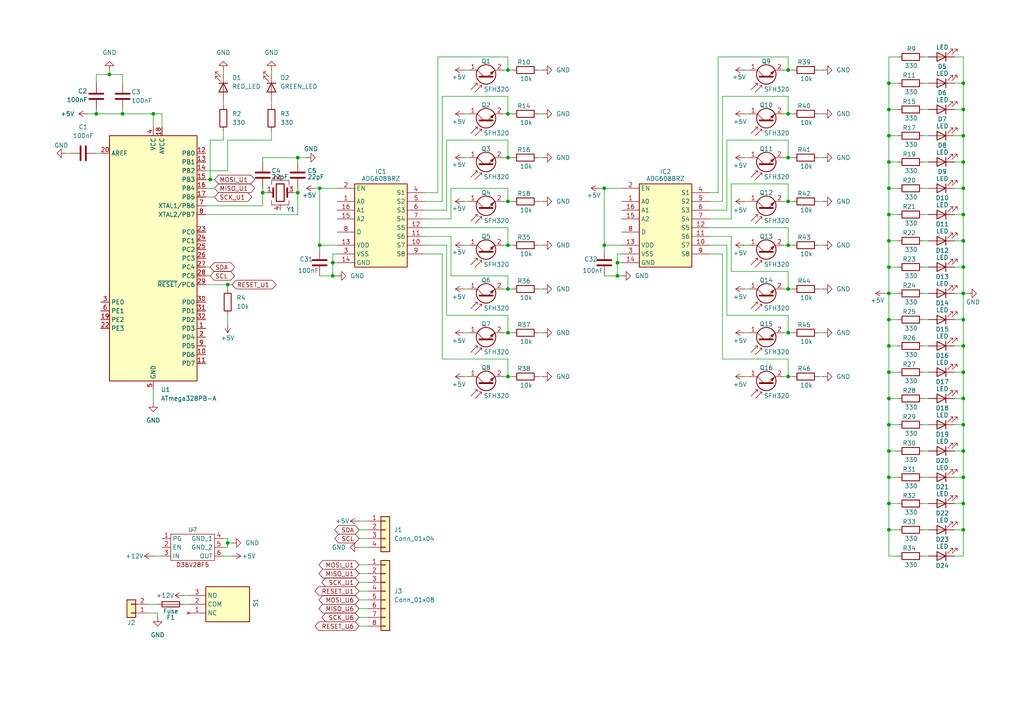
<source format=kicad_sch>
(kicad_sch (version 20250114) (generator "eeschema") (generator_version "9.0")
  (paper "A4")
  (junction (at 147.32 20.32))
  (junction (at 76.2 55.88))
  (junction (at 31.75 21.59))
  (junction (at 279.4 46.99))
  (junction (at 96.52 80.01))
  (junction (at 175.26 71.12))
  (junction (at 279.4 24.13))
  (junction (at 228.6 20.32))
  (junction (at 147.32 71.12))
  (junction (at 60.96 52.07))
  (junction (at 27.94 33.02))
  (junction (at 175.26 54.61))
  (junction (at 257.81 92.71))
  (junction (at 66.04 82.55))
  (junction (at 257.81 123.19))
  (junction (at 279.4 31.75))
  (junction (at 228.6 109.22))
  (junction (at 279.4 123.19))
  (junction (at 279.4 54.61))
  (junction (at 279.4 100.33))
  (junction (at 147.32 109.22))
  (junction (at 96.52 76.2))
  (junction (at 257.81 46.99))
  (junction (at 257.81 85.09))
  (junction (at 179.07 76.2))
  (junction (at 86.36 55.88))
  (junction (at 66.04 157.48))
  (junction (at 257.81 146.05))
  (junction (at 257.81 115.57))
  (junction (at 228.6 45.72))
  (junction (at 279.4 153.67))
  (junction (at 147.32 83.82))
  (junction (at 279.4 130.81))
  (junction (at 279.4 138.43))
  (junction (at 86.36 45.72))
  (junction (at 92.71 54.61))
  (junction (at 147.32 96.52))
  (junction (at 257.81 62.23))
  (junction (at 257.81 69.85))
  (junction (at 279.4 39.37))
  (junction (at 257.81 130.81))
  (junction (at 279.4 62.23))
  (junction (at 147.32 45.72))
  (junction (at 228.6 33.02))
  (junction (at 147.32 58.42))
  (junction (at 279.4 92.71))
  (junction (at 279.4 69.85))
  (junction (at 257.81 54.61))
  (junction (at 179.07 80.01))
  (junction (at 257.81 153.67))
  (junction (at 279.4 146.05))
  (junction (at 35.56 33.02))
  (junction (at 228.6 96.52))
  (junction (at 279.4 77.47))
  (junction (at 228.6 83.82))
  (junction (at 228.6 71.12))
  (junction (at 228.6 58.42))
  (junction (at 44.45 33.02))
  (junction (at 257.81 100.33))
  (junction (at 279.4 107.95))
  (junction (at 257.81 107.95))
  (junction (at 257.81 24.13))
  (junction (at 257.81 138.43))
  (junction (at 279.4 115.57))
  (junction (at 257.81 31.75))
  (junction (at 257.81 39.37))
  (junction (at 92.71 71.12))
  (junction (at 147.32 33.02))
  (junction (at 279.4 85.09))
  (junction (at 257.81 77.47))
  (wire (pts (xy 227.33 71.12) (xy 228.6 71.12)))
  (wire (pts (xy 267.97 153.67) (xy 269.24 153.67)))
  (wire (pts (xy 276.86 92.71) (xy 279.4 92.71)))
  (wire (pts (xy 257.81 92.71) (xy 257.81 85.09)))
  (wire (pts (xy 276.86 123.19) (xy 279.4 123.19)))
  (wire (pts (xy 228.6 109.22) (xy 228.6 104.14)))
  (wire (pts (xy 257.81 16.51) (xy 257.81 24.13)))
  (wire (pts (xy 180.34 76.2) (xy 179.07 76.2)))
  (wire (pts (xy 208.28 55.88) (xy 205.74 55.88)))
  (wire (pts (xy 46.99 33.02) (xy 44.45 33.02)))
  (wire (pts (xy 228.6 71.12) (xy 228.6 66.04)))
  (wire (pts (xy 267.97 130.81) (xy 269.24 130.81)))
  (wire (pts (xy 217.17 71.12) (xy 215.9 71.12)))
  (wire (pts (xy 66.04 49.53) (xy 66.04 40.64)))
  (wire (pts (xy 257.81 123.19) (xy 257.81 115.57)))
  (wire (pts (xy 257.81 107.95) (xy 257.81 100.33)))
  (wire (pts (xy 127 16.51) (xy 127 55.88)))
  (wire (pts (xy 156.21 109.22) (xy 157.48 109.22)))
  (wire (pts (xy 257.81 146.05) (xy 260.35 146.05)))
  (wire (pts (xy 276.86 31.75) (xy 279.4 31.75)))
  (wire (pts (xy 104.14 171.45) (xy 106.68 171.45)))
  (wire (pts (xy 147.32 96.52) (xy 147.32 91.44)))
  (wire (pts (xy 43.18 175.26) (xy 45.72 175.26)))
  (wire (pts (xy 59.69 57.15) (xy 62.23 57.15)))
  (wire (pts (xy 257.81 85.09) (xy 260.35 85.09)))
  (wire (pts (xy 27.94 33.02) (xy 35.56 33.02)))
  (wire (pts (xy 217.17 20.32) (xy 215.9 20.32)))
  (wire (pts (xy 60.96 80.01) (xy 59.69 80.01)))
  (wire (pts (xy 128.27 27.94) (xy 128.27 58.42)))
  (wire (pts (xy 147.32 109.22) (xy 148.59 109.22)))
  (wire (pts (xy 76.2 55.88) (xy 76.2 59.69)))
  (wire (pts (xy 257.81 115.57) (xy 257.81 107.95)))
  (wire (pts (xy 276.86 24.13) (xy 279.4 24.13)))
  (wire (pts (xy 135.89 71.12) (xy 134.62 71.12)))
  (wire (pts (xy 279.4 46.99) (xy 279.4 54.61)))
  (wire (pts (xy 228.6 96.52) (xy 229.87 96.52)))
  (wire (pts (xy 267.97 77.47) (xy 269.24 77.47)))
  (wire (pts (xy 257.81 146.05) (xy 257.81 138.43)))
  (wire (pts (xy 147.32 80.01) (xy 130.81 80.01)))
  (wire (pts (xy 267.97 138.43) (xy 269.24 138.43)))
  (wire (pts (xy 210.82 40.64) (xy 210.82 60.96)))
  (wire (pts (xy 267.97 123.19) (xy 269.24 123.19)))
  (wire (pts (xy 276.86 115.57) (xy 279.4 115.57)))
  (wire (pts (xy 86.36 55.88) (xy 86.36 54.61)))
  (wire (pts (xy 217.17 96.52) (xy 215.9 96.52)))
  (wire (pts (xy 92.71 54.61) (xy 92.71 71.12)))
  (wire (pts (xy 228.6 83.82) (xy 229.87 83.82)))
  (wire (pts (xy 44.45 36.83) (xy 44.45 33.02)))
  (wire (pts (xy 135.89 109.22) (xy 134.62 109.22)))
  (wire (pts (xy 35.56 31.75) (xy 35.56 33.02)))
  (wire (pts (xy 228.6 20.32) (xy 229.87 20.32)))
  (wire (pts (xy 276.86 100.33) (xy 279.4 100.33)))
  (wire (pts (xy 96.52 76.2) (xy 96.52 73.66)))
  (wire (pts (xy 147.32 20.32) (xy 148.59 20.32)))
  (wire (pts (xy 66.04 40.64) (xy 78.74 40.64)))
  (wire (pts (xy 276.86 77.47) (xy 279.4 77.47)))
  (wire (pts (xy 257.81 39.37) (xy 260.35 39.37)))
  (wire (pts (xy 237.49 20.32) (xy 238.76 20.32)))
  (wire (pts (xy 279.4 92.71) (xy 279.4 85.09)))
  (wire (pts (xy 147.32 33.02) (xy 147.32 27.94)))
  (wire (pts (xy 279.4 123.19) (xy 279.4 115.57)))
  (wire (pts (xy 210.82 60.96) (xy 205.74 60.96)))
  (wire (pts (xy 279.4 107.95) (xy 279.4 100.33)))
  (wire (pts (xy 77.47 55.88) (xy 76.2 55.88)))
  (wire (pts (xy 97.79 71.12) (xy 92.71 71.12)))
  (wire (pts (xy 129.54 91.44) (xy 129.54 71.12)))
  (wire (pts (xy 237.49 71.12) (xy 238.76 71.12)))
  (wire (pts (xy 217.17 33.02) (xy 215.9 33.02)))
  (wire (pts (xy 209.55 73.66) (xy 205.74 73.66)))
  (wire (pts (xy 156.21 45.72) (xy 157.48 45.72)))
  (wire (pts (xy 25.4 33.02) (xy 27.94 33.02)))
  (wire (pts (xy 228.6 16.51) (xy 208.28 16.51)))
  (wire (pts (xy 257.81 77.47) (xy 260.35 77.47)))
  (wire (pts (xy 257.81 153.67) (xy 260.35 153.67)))
  (wire (pts (xy 59.69 82.55) (xy 66.04 82.55)))
  (wire (pts (xy 257.81 24.13) (xy 260.35 24.13)))
  (wire (pts (xy 104.14 151.13) (xy 106.68 151.13)))
  (wire (pts (xy 135.89 33.02) (xy 134.62 33.02)))
  (wire (pts (xy 257.81 130.81) (xy 257.81 123.19)))
  (wire (pts (xy 97.79 80.01) (xy 96.52 80.01)))
  (wire (pts (xy 257.81 46.99) (xy 260.35 46.99)))
  (wire (pts (xy 156.21 71.12) (xy 157.48 71.12)))
  (wire (pts (xy 279.4 16.51) (xy 279.4 24.13)))
  (wire (pts (xy 217.17 83.82) (xy 215.9 83.82)))
  (wire (pts (xy 257.81 46.99) (xy 257.81 54.61)))
  (wire (pts (xy 279.4 24.13) (xy 279.4 31.75)))
  (wire (pts (xy 27.94 24.13) (xy 27.94 21.59)))
  (wire (pts (xy 257.81 69.85) (xy 257.81 77.47)))
  (wire (pts (xy 60.96 52.07) (xy 60.96 40.64)))
  (wire (pts (xy 66.04 82.55) (xy 66.04 83.82)))
  (wire (pts (xy 130.81 63.5) (xy 123.19 63.5)))
  (wire (pts (xy 175.26 54.61) (xy 175.26 71.12)))
  (wire (pts (xy 279.4 100.33) (xy 279.4 92.71)))
  (wire (pts (xy 257.81 107.95) (xy 260.35 107.95)))
  (wire (pts (xy 35.56 21.59) (xy 35.56 24.13)))
  (wire (pts (xy 267.97 100.33) (xy 269.24 100.33)))
  (wire (pts (xy 20.32 44.45) (xy 19.05 44.45)))
  (wire (pts (xy 146.05 33.02) (xy 147.32 33.02)))
  (wire (pts (xy 175.26 71.12) (xy 175.26 72.39)))
  (wire (pts (xy 217.17 45.72) (xy 215.9 45.72)))
  (wire (pts (xy 59.69 52.07) (xy 60.96 52.07)))
  (wire (pts (xy 228.6 20.32) (xy 228.6 16.51)))
  (wire (pts (xy 227.33 20.32) (xy 228.6 20.32)))
  (wire (pts (xy 64.77 161.29) (xy 67.31 161.29)))
  (wire (pts (xy 212.09 53.34) (xy 212.09 63.5)))
  (wire (pts (xy 209.55 58.42) (xy 205.74 58.42)))
  (wire (pts (xy 228.6 45.72) (xy 229.87 45.72)))
  (wire (pts (xy 31.75 21.59) (xy 35.56 21.59)))
  (wire (pts (xy 228.6 40.64) (xy 210.82 40.64)))
  (wire (pts (xy 147.32 54.61) (xy 130.81 54.61)))
  (wire (pts (xy 237.49 96.52) (xy 238.76 96.52)))
  (wire (pts (xy 228.6 45.72) (xy 228.6 40.64)))
  (wire (pts (xy 279.4 31.75) (xy 279.4 39.37)))
  (wire (pts (xy 128.27 58.42) (xy 123.19 58.42)))
  (wire (pts (xy 209.55 104.14) (xy 209.55 73.66)))
  (wire (pts (xy 217.17 109.22) (xy 215.9 109.22)))
  (wire (pts (xy 212.09 63.5) (xy 205.74 63.5)))
  (wire (pts (xy 257.81 100.33) (xy 257.81 92.71)))
  (wire (pts (xy 257.81 130.81) (xy 260.35 130.81)))
  (wire (pts (xy 260.35 161.29) (xy 257.81 161.29)))
  (wire (pts (xy 228.6 66.04) (xy 205.74 66.04)))
  (wire (pts (xy 146.05 109.22) (xy 147.32 109.22)))
  (wire (pts (xy 212.09 78.74) (xy 212.09 68.58)))
  (wire (pts (xy 44.45 113.03) (xy 44.45 116.84)))
  (wire (pts (xy 59.69 54.61) (xy 62.23 54.61)))
  (wire (pts (xy 35.56 33.02) (xy 44.45 33.02)))
  (wire (pts (xy 92.71 71.12) (xy 92.71 72.39)))
  (wire (pts (xy 66.04 156.21) (xy 66.04 157.48)))
  (wire (pts (xy 228.6 91.44) (xy 210.82 91.44)))
  (wire (pts (xy 45.72 177.8) (xy 43.18 177.8)))
  (wire (pts (xy 88.9 45.72) (xy 86.36 45.72)))
  (wire (pts (xy 130.81 54.61) (xy 130.81 63.5)))
  (wire (pts (xy 228.6 78.74) (xy 212.09 78.74)))
  (wire (pts (xy 257.81 115.57) (xy 260.35 115.57)))
  (wire (pts (xy 210.82 71.12) (xy 205.74 71.12)))
  (wire (pts (xy 66.04 91.44) (xy 66.04 93.98)))
  (wire (pts (xy 147.32 58.42) (xy 147.32 54.61)))
  (wire (pts (xy 104.14 156.21) (xy 106.68 156.21)))
  (wire (pts (xy 257.81 100.33) (xy 260.35 100.33)))
  (wire (pts (xy 147.32 71.12) (xy 148.59 71.12)))
  (wire (pts (xy 147.32 20.32) (xy 147.32 16.51)))
  (wire (pts (xy 147.32 104.14) (xy 128.27 104.14)))
  (wire (pts (xy 209.55 27.94) (xy 209.55 58.42)))
  (wire (pts (xy 228.6 33.02) (xy 228.6 27.94)))
  (wire (pts (xy 135.89 20.32) (xy 134.62 20.32)))
  (wire (pts (xy 279.4 146.05) (xy 279.4 138.43)))
  (wire (pts (xy 279.4 130.81) (xy 279.4 123.19)))
  (wire (pts (xy 59.69 59.69) (xy 76.2 59.69)))
  (wire (pts (xy 267.97 146.05) (xy 269.24 146.05)))
  (wire (pts (xy 147.32 45.72) (xy 147.32 40.64)))
  (wire (pts (xy 135.89 83.82) (xy 134.62 83.82)))
  (wire (pts (xy 59.69 62.23) (xy 86.36 62.23)))
  (wire (pts (xy 257.81 69.85) (xy 260.35 69.85)))
  (wire (pts (xy 228.6 96.52) (xy 228.6 91.44)))
  (wire (pts (xy 86.36 45.72) (xy 86.36 46.99)))
  (wire (pts (xy 276.86 138.43) (xy 279.4 138.43)))
  (wire (pts (xy 257.81 161.29) (xy 257.81 153.67)))
  (wire (pts (xy 267.97 85.09) (xy 269.24 85.09)))
  (wire (pts (xy 146.05 83.82) (xy 147.32 83.82)))
  (wire (pts (xy 129.54 40.64) (xy 129.54 60.96)))
  (wire (pts (xy 227.33 96.52) (xy 228.6 96.52)))
  (wire (pts (xy 180.34 54.61) (xy 175.26 54.61)))
  (wire (pts (xy 53.34 172.72) (xy 54.61 172.72)))
  (wire (pts (xy 257.81 31.75) (xy 257.81 39.37)))
  (wire (pts (xy 279.4 161.29) (xy 279.4 153.67)))
  (wire (pts (xy 267.97 92.71) (xy 269.24 92.71)))
  (wire (pts (xy 237.49 83.82) (xy 238.76 83.82)))
  (wire (pts (xy 180.34 71.12) (xy 175.26 71.12)))
  (wire (pts (xy 128.27 104.14) (xy 128.27 73.66)))
  (wire (pts (xy 78.74 20.32) (xy 78.74 21.59)))
  (wire (pts (xy 228.6 109.22) (xy 229.87 109.22)))
  (wire (pts (xy 104.14 153.67) (xy 106.68 153.67)))
  (wire (pts (xy 257.81 92.71) (xy 260.35 92.71)))
  (wire (pts (xy 180.34 80.01) (xy 179.07 80.01)))
  (wire (pts (xy 237.49 45.72) (xy 238.76 45.72)))
  (wire (pts (xy 104.14 158.75) (xy 106.68 158.75)))
  (wire (pts (xy 130.81 68.58) (xy 123.19 68.58)))
  (wire (pts (xy 147.32 16.51) (xy 127 16.51)))
  (wire (pts (xy 147.32 71.12) (xy 147.32 66.04)))
  (wire (pts (xy 257.81 123.19) (xy 260.35 123.19)))
  (wire (pts (xy 179.07 80.01) (xy 179.07 76.2)))
  (wire (pts (xy 45.72 177.8) (xy 45.72 179.07)))
  (wire (pts (xy 64.77 29.21) (xy 64.77 30.48)))
  (wire (pts (xy 92.71 80.01) (xy 96.52 80.01)))
  (wire (pts (xy 147.32 45.72) (xy 148.59 45.72)))
  (wire (pts (xy 76.2 55.88) (xy 76.2 54.61)))
  (wire (pts (xy 257.81 31.75) (xy 260.35 31.75)))
  (wire (pts (xy 129.54 60.96) (xy 123.19 60.96)))
  (wire (pts (xy 257.81 24.13) (xy 257.81 31.75)))
  (wire (pts (xy 146.05 96.52) (xy 147.32 96.52)))
  (wire (pts (xy 267.97 16.51) (xy 269.24 16.51)))
  (wire (pts (xy 104.14 176.53) (xy 106.68 176.53)))
  (wire (pts (xy 257.81 62.23) (xy 260.35 62.23)))
  (wire (pts (xy 257.81 62.23) (xy 257.81 69.85)))
  (wire (pts (xy 267.97 115.57) (xy 269.24 115.57)))
  (wire (pts (xy 228.6 33.02) (xy 229.87 33.02)))
  (wire (pts (xy 147.32 109.22) (xy 147.32 104.14)))
  (wire (pts (xy 228.6 27.94) (xy 209.55 27.94)))
  (wire (pts (xy 257.81 138.43) (xy 257.81 130.81)))
  (wire (pts (xy 212.09 68.58) (xy 205.74 68.58)))
  (wire (pts (xy 66.04 158.75) (xy 66.04 157.48)))
  (wire (pts (xy 276.86 153.67) (xy 279.4 153.67)))
  (wire (pts (xy 228.6 104.14) (xy 209.55 104.14)))
  (wire (pts (xy 267.97 54.61) (xy 269.24 54.61)))
  (wire (pts (xy 267.97 39.37) (xy 269.24 39.37)))
  (wire (pts (xy 279.4 85.09) (xy 280.67 85.09)))
  (wire (pts (xy 267.97 107.95) (xy 269.24 107.95)))
  (wire (pts (xy 60.96 77.47) (xy 59.69 77.47)))
  (wire (pts (xy 279.4 39.37) (xy 279.4 46.99)))
  (wire (pts (xy 227.33 83.82) (xy 228.6 83.82)))
  (wire (pts (xy 276.86 69.85) (xy 279.4 69.85)))
  (wire (pts (xy 208.28 16.51) (xy 208.28 55.88)))
  (wire (pts (xy 96.52 73.66) (xy 97.79 73.66)))
  (wire (pts (xy 86.36 45.72) (xy 76.2 45.72)))
  (wire (pts (xy 228.6 58.42) (xy 228.6 53.34)))
  (wire (pts (xy 279.4 69.85) (xy 279.4 77.47)))
  (wire (pts (xy 146.05 20.32) (xy 147.32 20.32)))
  (wire (pts (xy 276.86 107.95) (xy 279.4 107.95)))
  (wire (pts (xy 60.96 40.64) (xy 64.77 40.64)))
  (wire (pts (xy 257.81 85.09) (xy 256.54 85.09)))
  (wire (pts (xy 227.33 58.42) (xy 228.6 58.42)))
  (wire (pts (xy 257.81 138.43) (xy 260.35 138.43)))
  (wire (pts (xy 267.97 31.75) (xy 269.24 31.75)))
  (wire (pts (xy 276.86 16.51) (xy 279.4 16.51)))
  (wire (pts (xy 146.05 45.72) (xy 147.32 45.72)))
  (wire (pts (xy 237.49 109.22) (xy 238.76 109.22)))
  (wire (pts (xy 147.32 33.02) (xy 148.59 33.02)))
  (wire (pts (xy 97.79 76.2) (xy 96.52 76.2)))
  (wire (pts (xy 64.77 40.64) (xy 64.77 38.1)))
  (wire (pts (xy 86.36 55.88) (xy 86.36 62.23)))
  (wire (pts (xy 147.32 58.42) (xy 148.59 58.42)))
  (wire (pts (xy 227.33 109.22) (xy 228.6 109.22)))
  (wire (pts (xy 64.77 20.32) (xy 64.77 21.59)))
  (wire (pts (xy 210.82 91.44) (xy 210.82 71.12)))
  (wire (pts (xy 276.86 62.23) (xy 279.4 62.23)))
  (wire (pts (xy 66.04 82.55) (xy 67.31 82.55)))
  (wire (pts (xy 135.89 45.72) (xy 134.62 45.72)))
  (wire (pts (xy 279.4 115.57) (xy 279.4 107.95)))
  (wire (pts (xy 53.34 175.26) (xy 54.61 175.26)))
  (wire (pts (xy 104.14 166.37) (xy 106.68 166.37)))
  (wire (pts (xy 104.14 163.83) (xy 106.68 163.83)))
  (wire (pts (xy 237.49 58.42) (xy 238.76 58.42)))
  (wire (pts (xy 146.05 71.12) (xy 147.32 71.12)))
  (wire (pts (xy 276.86 85.09) (xy 279.4 85.09)))
  (wire (pts (xy 129.54 71.12) (xy 123.19 71.12)))
  (wire (pts (xy 66.04 157.48) (xy 67.31 157.48)))
  (wire (pts (xy 147.32 27.94) (xy 128.27 27.94)))
  (wire (pts (xy 127 55.88) (xy 123.19 55.88)))
  (wire (pts (xy 59.69 49.53) (xy 66.04 49.53)))
  (wire (pts (xy 147.32 91.44) (xy 129.54 91.44)))
  (wire (pts (xy 147.32 83.82) (xy 148.59 83.82)))
  (wire (pts (xy 228.6 58.42) (xy 229.87 58.42)))
  (wire (pts (xy 27.94 33.02) (xy 27.94 31.75)))
  (wire (pts (xy 267.97 24.13) (xy 269.24 24.13)))
  (wire (pts (xy 156.21 33.02) (xy 157.48 33.02)))
  (wire (pts (xy 78.74 40.64) (xy 78.74 38.1)))
  (wire (pts (xy 104.14 181.61) (xy 106.68 181.61)))
  (wire (pts (xy 27.94 21.59) (xy 31.75 21.59)))
  (wire (pts (xy 104.14 173.99) (xy 106.68 173.99)))
  (wire (pts (xy 276.86 130.81) (xy 279.4 130.81)))
  (wire (pts (xy 279.4 153.67) (xy 279.4 146.05)))
  (wire (pts (xy 46.99 36.83) (xy 46.99 33.02)))
  (wire (pts (xy 175.26 80.01) (xy 179.07 80.01)))
  (wire (pts (xy 97.79 54.61) (xy 92.71 54.61)))
  (wire (pts (xy 257.81 54.61) (xy 257.81 62.23)))
  (wire (pts (xy 179.07 73.66) (xy 180.34 73.66)))
  (wire (pts (xy 237.49 33.02) (xy 238.76 33.02)))
  (wire (pts (xy 64.77 156.21) (xy 66.04 156.21)))
  (wire (pts (xy 104.14 168.91) (xy 106.68 168.91)))
  (wire (pts (xy 104.14 179.07) (xy 106.68 179.07)))
  (wire (pts (xy 228.6 83.82) (xy 228.6 78.74)))
  (wire (pts (xy 257.81 77.47) (xy 257.81 85.09)))
  (wire (pts (xy 44.45 161.29) (xy 46.99 161.29)))
  (wire (pts (xy 147.32 40.64) (xy 129.54 40.64)))
  (wire (pts (xy 86.36 55.88) (xy 85.09 55.88)))
  (wire (pts (xy 130.81 80.01) (xy 130.81 68.58)))
  (wire (pts (xy 147.32 96.52) (xy 148.59 96.52)))
  (wire (pts (xy 31.75 20.32) (xy 31.75 21.59)))
  (wire (pts (xy 276.86 46.99) (xy 279.4 46.99)))
  (wire (pts (xy 227.33 45.72) (xy 228.6 45.72)))
  (wire (pts (xy 257.81 39.37) (xy 257.81 46.99)))
  (wire (pts (xy 227.33 33.02) (xy 228.6 33.02)))
  (wire (pts (xy 257.81 54.61) (xy 260.35 54.61)))
  (wire (pts (xy 76.2 45.72) (xy 76.2 46.99)))
  (wire (pts (xy 128.27 73.66) (xy 123.19 73.66)))
  (wire (pts (xy 60.96 52.07) (xy 62.23 52.07)))
  (wire (pts (xy 276.86 39.37) (xy 279.4 39.37)))
  (wire (pts (xy 179.07 76.2) (xy 179.07 73.66)))
  (wire (pts (xy 78.74 29.21) (xy 78.74 30.48)))
  (wire (pts (xy 156.21 20.32) (xy 157.48 20.32)))
  (wire (pts (xy 156.21 58.42) (xy 157.48 58.42)))
  (wire (pts (xy 276.86 146.05) (xy 279.4 146.05)))
  (wire (pts (xy 228.6 53.34) (xy 212.09 53.34)))
  (wire (pts (xy 156.21 83.82) (xy 157.48 83.82)))
  (wire (pts (xy 267.97 46.99) (xy 269.24 46.99)))
  (wire (pts (xy 91.44 54.61) (xy 92.71 54.61)))
  (wire (pts (xy 267.97 161.29) (xy 269.24 161.29)))
  (wire (pts (xy 135.89 96.52) (xy 134.62 96.52)))
  (wire (pts (xy 279.4 54.61) (xy 279.4 62.23)))
  (wire (pts (xy 279.4 138.43) (xy 279.4 130.81)))
  (wire (pts (xy 257.81 153.67) (xy 257.81 146.05)))
  (wire (pts (xy 156.21 96.52) (xy 157.48 96.52)))
  (wire (pts (xy 147.32 83.82) (xy 147.32 80.01)))
  (wire (pts (xy 228.6 71.12) (xy 229.87 71.12)))
  (wire (pts (xy 267.97 69.85) (xy 269.24 69.85)))
  (wire (pts (xy 267.97 62.23) (xy 269.24 62.23)))
  (wire (pts (xy 27.94 44.45) (xy 29.21 44.45)))
  (wire (pts (xy 279.4 77.47) (xy 279.4 85.09)))
  (wire (pts (xy 96.52 80.01) (xy 96.52 76.2)))
  (wire (pts (xy 147.32 66.04) (xy 123.19 66.04)))
  (wire (pts (xy 279.4 62.23) (xy 279.4 69.85)))
  (wire (pts (xy 64.77 158.75) (xy 66.04 158.75)))
  (wire (pts (xy 146.05 58.42) (xy 147.32 58.42)))
  (wire (pts (xy 276.86 54.61) (xy 279.4 54.61)))
  (wire (pts (xy 276.86 161.29) (xy 279.4 161.29)))
  (wire (pts (xy 173.99 54.61) (xy 175.26 54.61)))
  (wire (pts (xy 260.35 16.51) (xy 257.81 16.51)))
  (wire (pts (xy 135.89 58.42) (xy 134.62 58.42)))
  (wire (pts (xy 217.17 58.42) (xy 215.9 58.42)))
  (global_label "SCL" (shape bidirectional) (at 60.96 80.01 0) (property "Intersheetrefs" "${INTERSHEET_REFS}" (effects (hide yes))))
  (global_label "SDA" (shape bidirectional) (at 104.14 153.67 180) (property "Intersheetrefs" "${INTERSHEET_REFS}" (effects (hide yes))))
  (global_label "MOSI_U6" (shape bidirectional) (at 104.14 173.99 180) (property "Intersheetrefs" "${INTERSHEET_REFS}" (effects (hide yes))))
  (global_label "MOSI_U1" (shape bidirectional) (at 104.14 163.83 180) (property "Intersheetrefs" "${INTERSHEET_REFS}" (effects (hide yes))))
  (global_label "RESET_U1" (shape bidirectional) (at 67.31 82.55 0) (property "Intersheetrefs" "${INTERSHEET_REFS}" (effects (hide yes))))
  (global_label "RESET_U6" (shape bidirectional) (at 104.14 181.61 180) (property "Intersheetrefs" "${INTERSHEET_REFS}" (effects (hide yes))))
  (global_label "SCK_U1" (shape bidirectional) (at 62.23 57.15 0) (property "Intersheetrefs" "${INTERSHEET_REFS}" (effects (hide yes))))
  (global_label "MISO_U1" (shape bidirectional) (at 62.23 54.61 0) (property "Intersheetrefs" "${INTERSHEET_REFS}" (effects (hide yes))))
  (global_label "SCK_U6" (shape bidirectional) (at 104.14 179.07 180) (property "Intersheetrefs" "${INTERSHEET_REFS}" (effects (hide yes))))
  (global_label "MISO_U6" (shape bidirectional) (at 104.14 176.53 180) (property "Intersheetrefs" "${INTERSHEET_REFS}" (effects (hide yes))))
  (global_label "MOSI_U1" (shape bidirectional) (at 62.23 52.07 0) (property "Intersheetrefs" "${INTERSHEET_REFS}" (effects (hide yes))))
  (global_label "SDA" (shape bidirectional) (at 60.96 77.47 0) (property "Intersheetrefs" "${INTERSHEET_REFS}" (effects (hide yes))))
  (global_label "MISO_U1" (shape bidirectional) (at 104.14 166.37 180) (property "Intersheetrefs" "${INTERSHEET_REFS}" (effects (hide yes))))
  (global_label "RESET_U1" (shape bidirectional) (at 104.14 171.45 180) (property "Intersheetrefs" "${INTERSHEET_REFS}" (effects (hide yes))))
  (global_label "SCL" (shape bidirectional) (at 104.14 156.21 180) (property "Intersheetrefs" "${INTERSHEET_REFS}" (effects (hide yes))))
  (global_label "SCK_U1" (shape bidirectional) (at 104.14 168.91 180) (property "Intersheetrefs" "${INTERSHEET_REFS}" (effects (hide yes))))
  (symbol (lib_id "Device:C") (at 27.94 27.94 0) (unit 1)
    (property "Reference" "C2" (at 22.606 26.416 0) (effects (justify left)))
    (property "Value" "100nF" (at 19.304 28.956 0) (effects (justify left)))
    (property "Footprint" "Capacitor_SMD:C_0805_2012Metric_Pad1.18x1.45mm_HandSolder" (effects (hide yes)))
    (property "Description" "Unpolarized capacitor" (effects (hide yes)))
  )
  (symbol (lib_id "Device:R") (at 264.16 31.75 270) (unit 1)
    (property "Reference" "R15" (at 265.684 29.464 90) (effects (justify right)))
    (property "Value" "330" (at 266.192 34.29 90) (effects (justify right)))
    (property "Footprint" "Resistor_SMD:R_0805_2012Metric_Pad1.20x1.40mm_HandSolder" (effects (hide yes)))
    (property "Description" "Resistor" (effects (hide yes)))
  )
  (symbol (lib_id "Device:R") (at 152.4 20.32 270) (unit 1)
    (property "Reference" "R10" (at 153.924 18.034 90) (effects (justify right)))
    (property "Value" "10k" (at 154.432 22.86 90) (effects (justify right)))
    (property "Footprint" "Resistor_SMD:R_0805_2012Metric_Pad1.20x1.40mm_HandSolder" (effects (hide yes)))
    (property "Description" "Resistor" (effects (hide yes)))
  )
  (symbol (lib_name "LED_1") (lib_id "Device:LED") (at 273.05 146.05 180) (unit 1)
    (property "Reference" "D22" (at 273.304 148.844 0))
    (property "Value" "LED" (at 273.304 143.256 0))
    (property "Footprint" "LED_SMD:LED_PLCC-2_3.4x3.0mm_KA" (effects (hide yes)))
    (property "Description" "Light emitting diode" (effects (hide yes)))
    (property "Sim.Pins" "1=K 2=A" (effects (hide yes)))
  )
  (symbol (lib_id "power:+5V") (at 134.62 20.32 90) (unit 1)
    (property "Reference" "#PWR051" (effects (hide yes)))
    (property "Value" "+5V" (at 135.128 22.352 90) (effects (justify left)))
    (property "Description" "Power symbol creates a global label with name \"+5V\"" (effects (hide yes)))
  )
  (symbol (lib_id "Device:Crystal_GND24") (at 81.28 55.88 0) (unit 1)
    (property "Reference" "Y1" (at 84.328 60.706 0))
    (property "Value" "Crystal_GND24" (effects (hide yes)))
    (property "Footprint" "Crystal:Crystal_SMD_5032-4Pin_5.0x3.2mm" (effects (hide yes)))
    (property "Description" "Four pin crystal, GND on pins 2 and 4" (effects (hide yes)))
  )
  (symbol (lib_id "Device:R") (at 66.04 87.63 180) (unit 1)
    (property "Reference" "R4" (at 68.58 86.3599 0) (effects (justify right)))
    (property "Value" "10k" (at 68.58 88.8999 0) (effects (justify right)))
    (property "Footprint" "Resistor_SMD:R_0805_2012Metric_Pad1.20x1.40mm_HandSolder" (effects (hide yes)))
    (property "Description" "Resistor" (effects (hide yes)))
  )
  (symbol (lib_id "power:GND") (at 157.48 109.22 90) (unit 1)
    (property "Reference" "#PWR071" (effects (hide yes)))
    (property "Value" "GND" (at 161.29 109.2199 90) (effects (justify right)))
    (property "Description" "Power symbol creates a global label with name \"GND\" , ground" (effects (hide yes)))
  )
  (symbol (lib_id "power:GND") (at 238.76 45.72 90) (unit 1)
    (property "Reference" "#PWR078" (effects (hide yes)))
    (property "Value" "GND" (at 242.57 45.7199 90) (effects (justify right)))
    (property "Description" "Power symbol creates a global label with name \"GND\" , ground" (effects (hide yes)))
  )
  (symbol (lib_id "power:+12V") (at 44.45 161.29 90) (unit 1)
    (property "Reference" "#PWR046" (effects (hide yes)))
    (property "Value" "+12V" (at 41.656 161.29 90) (effects (justify left)))
    (property "Description" "Power symbol creates a global label with name \"+12V\"" (effects (hide yes)))
  )
  (symbol (lib_name "LED_1") (lib_id "Device:LED") (at 273.05 153.67 180) (unit 1)
    (property "Reference" "D23" (at 273.304 156.464 0))
    (property "Value" "LED" (at 273.304 150.876 0))
    (property "Footprint" "LED_SMD:LED_PLCC-2_3.4x3.0mm_KA" (effects (hide yes)))
    (property "Description" "Light emitting diode" (effects (hide yes)))
    (property "Sim.Pins" "1=K 2=A" (effects (hide yes)))
  )
  (symbol (lib_name "LED_1") (lib_id "Device:LED") (at 273.05 31.75 180) (unit 1)
    (property "Reference" "D7" (at 273.304 34.544 0))
    (property "Value" "LED" (at 273.304 28.956 0))
    (property "Footprint" "LED_SMD:LED_PLCC-2_3.4x3.0mm_KA" (effects (hide yes)))
    (property "Description" "Light emitting diode" (effects (hide yes)))
    (property "Sim.Pins" "1=K 2=A" (effects (hide yes)))
  )
  (symbol (lib_id "power:GND") (at 157.48 83.82 90) (unit 1)
    (property "Reference" "#PWR069" (effects (hide yes)))
    (property "Value" "GND" (at 161.29 83.8199 90) (effects (justify right)))
    (property "Description" "Power symbol creates a global label with name \"GND\" , ground" (effects (hide yes)))
  )
  (symbol (lib_id "power:+5V") (at 215.9 83.82 90) (unit 1)
    (property "Reference" "#PWR081" (effects (hide yes)))
    (property "Value" "+5V" (at 216.662 86.106 90) (effects (justify left)))
    (property "Description" "Power symbol creates a global label with name \"+5V\"" (effects (hide yes)))
  )
  (symbol (lib_id "Device:R") (at 264.16 62.23 270) (unit 1)
    (property "Reference" "R21" (at 265.684 59.944 90) (effects (justify right)))
    (property "Value" "330" (at 266.192 64.77 90) (effects (justify right)))
    (property "Footprint" "Resistor_SMD:R_0805_2012Metric_Pad1.20x1.40mm_HandSolder" (effects (hide yes)))
    (property "Description" "Resistor" (effects (hide yes)))
  )
  (symbol (lib_id "Device:R") (at 233.68 45.72 270) (unit 1)
    (property "Reference" "R41" (at 235.204 43.434 90) (effects (justify right)))
    (property "Value" "10k" (at 235.712 48.26 90) (effects (justify right)))
    (property "Footprint" "Resistor_SMD:R_0805_2012Metric_Pad1.20x1.40mm_HandSolder" (effects (hide yes)))
    (property "Description" "Resistor" (effects (hide yes)))
  )
  (symbol (lib_id "Device:C") (at 175.26 76.2 0) (unit 1)
    (property "Reference" "C32" (at 169.418 75.184 0) (effects (justify left)))
    (property "Value" "100nF" (at 168.91 78.486 0) (effects (justify left)))
    (property "Footprint" "Capacitor_SMD:C_0805_2012Metric_Pad1.18x1.45mm_HandSolder" (effects (hide yes)))
    (property "Description" "Unpolarized capacitor" (effects (hide yes)))
  )
  (symbol (lib_id "power:GND") (at 67.31 157.48 90) (unit 1)
    (property "Reference" "#PWR047" (effects (hide yes)))
    (property "Value" "GND" (at 71.12 157.4799 90) (effects (justify right)))
    (property "Description" "Power symbol creates a global label with name \"GND\" , ground" (effects (hide yes)))
  )
  (symbol (lib_id "Device:R") (at 233.68 33.02 270) (unit 1)
    (property "Reference" "R40" (at 235.204 30.734 90) (effects (justify right)))
    (property "Value" "10k" (at 235.712 35.56 90) (effects (justify right)))
    (property "Footprint" "Resistor_SMD:R_0805_2012Metric_Pad1.20x1.40mm_HandSolder" (effects (hide yes)))
    (property "Description" "Resistor" (effects (hide yes)))
  )
  (symbol (lib_id "Device:C") (at 92.71 76.2 0) (unit 1)
    (property "Reference" "C31" (at 86.868 75.184 0) (effects (justify left)))
    (property "Value" "100nF" (at 86.36 78.486 0) (effects (justify left)))
    (property "Footprint" "Capacitor_SMD:C_0805_2012Metric_Pad1.18x1.45mm_HandSolder" (effects (hide yes)))
    (property "Description" "Unpolarized capacitor" (effects (hide yes)))
  )
  (symbol (lib_name "LED_1") (lib_id "Device:LED") (at 273.05 123.19 180) (unit 1)
    (property "Reference" "D19" (at 273.304 125.984 0))
    (property "Value" "LED" (at 273.304 120.396 0))
    (property "Footprint" "LED_SMD:LED_PLCC-2_3.4x3.0mm_KA" (effects (hide yes)))
    (property "Description" "Light emitting diode" (effects (hide yes)))
    (property "Sim.Pins" "1=K 2=A" (effects (hide yes)))
  )
  (symbol (lib_id "Device:R") (at 264.16 16.51 270) (unit 1)
    (property "Reference" "R9" (at 265.684 14.224 90) (effects (justify right)))
    (property "Value" "330" (at 266.192 19.05 90) (effects (justify right)))
    (property "Footprint" "Resistor_SMD:R_0805_2012Metric_Pad1.20x1.40mm_HandSolder" (effects (hide yes)))
    (property "Description" "Resistor" (effects (hide yes)))
  )
  (symbol (lib_id "power:+3V3") (at 67.31 161.29 270) (unit 1)
    (property "Reference" "#PWR048" (effects (hide yes)))
    (property "Value" "+5V" (at 70.104 161.29 90) (effects (justify left)))
    (property "Description" "Power symbol creates a global label with name \"+3V3\"" (effects (hide yes)))
  )
  (symbol (lib_id "Device:R") (at 264.16 146.05 270) (unit 1)
    (property "Reference" "R32" (at 265.684 143.764 90) (effects (justify right)))
    (property "Value" "330" (at 266.192 148.59 90) (effects (justify right)))
    (property "Footprint" "Resistor_SMD:R_0805_2012Metric_Pad1.20x1.40mm_HandSolder" (effects (hide yes)))
    (property "Description" "Resistor" (effects (hide yes)))
  )
  (symbol (lib_id "Device:R") (at 264.16 85.09 270) (unit 1)
    (property "Reference" "R24" (at 265.684 82.804 90) (effects (justify right)))
    (property "Value" "330" (at 266.192 87.63 90) (effects (justify right)))
    (property "Footprint" "Resistor_SMD:R_0805_2012Metric_Pad1.20x1.40mm_HandSolder" (effects (hide yes)))
    (property "Description" "Resistor" (effects (hide yes)))
  )
  (symbol (lib_id "Sensor_Optical:SFH320") (at 140.97 35.56 90) (unit 1)
    (property "Reference" "Q2" (at 140.97 30.48 90))
    (property "Value" "SFH320" (at 144.018 38.608 90))
    (property "Footprint" "LED_SMD:LED_PLCC-2_3.4x3.0mm_KA" (effects (hide yes)))
    (property "Datasheet" "https://look.ams-osram.com/m/5397c5d8583a26cf/original/SFH-320.pdf" (effects (hide yes)))
    (property "Description" "Silicon NPN Phototransistor, PLCC-2" (effects (hide yes)))
  )
  (symbol (lib_id "Device:R") (at 264.16 54.61 270) (unit 1)
    (property "Reference" "R20" (at 265.684 52.324 90) (effects (justify right)))
    (property "Value" "330" (at 266.192 57.15 90) (effects (justify right)))
    (property "Footprint" "Resistor_SMD:R_0805_2012Metric_Pad1.20x1.40mm_HandSolder" (effects (hide yes)))
    (property "Description" "Resistor" (effects (hide yes)))
  )
  (symbol (lib_id "Device:R") (at 64.77 34.29 180) (unit 1)
    (property "Reference" "R2" (at 67.31 33.0199 0) (effects (justify right)))
    (property "Value" "330" (at 67.31 35.5599 0) (effects (justify right)))
    (property "Footprint" "Resistor_SMD:R_0805_2012Metric_Pad1.20x1.40mm_HandSolder" (effects (hide yes)))
    (property "Description" "Resistor" (effects (hide yes)))
  )
  (symbol (lib_id "Connector_Generic:Conn_01x04") (at 111.76 153.67 0) (unit 1)
    (property "Reference" "J1" (at 114.3 153.6699 0) (effects (justify left)))
    (property "Value" "Conn_01x04" (at 114.3 156.2099 0) (effects (justify left)))
    (property "Footprint" "Connector_JST:JST_PH_B4B-PH-K_1x04_P2.00mm_Vertical" (effects (hide yes)))
    (property "Description" "Generic connector, single row, 01x04, script generated (kicad-library-utils/schlib/autogen/connector/)" (effects (hide yes)))
  )
  (symbol (lib_id "Device:R") (at 152.4 71.12 270) (unit 1)
    (property "Reference" "R35" (at 153.924 68.834 90) (effects (justify right)))
    (property "Value" "10k" (at 154.432 73.66 90) (effects (justify right)))
    (property "Footprint" "Resistor_SMD:R_0805_2012Metric_Pad1.20x1.40mm_HandSolder" (effects (hide yes)))
    (property "Description" "Resistor" (effects (hide yes)))
  )
  (symbol (lib_id "power:+5V") (at 134.62 58.42 90) (unit 1)
    (property "Reference" "#PWR056" (effects (hide yes)))
    (property "Value" "+5V" (at 135.128 60.452 90) (effects (justify left)))
    (property "Description" "Power symbol creates a global label with name \"+5V\"" (effects (hide yes)))
  )
  (symbol (lib_id "power:GND") (at 157.48 71.12 90) (unit 1)
    (property "Reference" "#PWR068" (effects (hide yes)))
    (property "Value" "GND" (at 161.29 71.1199 90) (effects (justify right)))
    (property "Description" "Power symbol creates a global label with name \"GND\" , ground" (effects (hide yes)))
  )
  (symbol (lib_id "Device:R") (at 264.16 77.47 270) (unit 1)
    (property "Reference" "R23" (at 265.684 75.184 90) (effects (justify right)))
    (property "Value" "330" (at 266.192 80.01 90) (effects (justify right)))
    (property "Footprint" "Resistor_SMD:R_0805_2012Metric_Pad1.20x1.40mm_HandSolder" (effects (hide yes)))
    (property "Description" "Resistor" (effects (hide yes)))
  )
  (symbol (lib_id "Pololu:D36V28F5") (at 55.88 157.48 0) (unit 1)
    (property "Reference" "U7" (at 55.88 153.67 0))
    (property "Value" "~" (at 55.88 153.67 0))
    (property "Footprint" "Pololu:D36V28F5" (effects (hide yes)))
  )
  (symbol (lib_id "power:GND") (at 19.05 44.45 270) (unit 1)
    (property "Reference" "#PWR01" (effects (hide yes)))
    (property "Value" "GND" (at 19.812 42.164 90) (effects (justify right)))
    (property "Description" "Power symbol creates a global label with name \"GND\" , ground" (effects (hide yes)))
  )
  (symbol (lib_id "Sensor_Optical:SFH320") (at 140.97 73.66 90) (unit 1)
    (property "Reference" "Q5" (at 140.97 68.58 90))
    (property "Value" "SFH320" (at 144.018 76.708 90))
    (property "Footprint" "LED_SMD:LED_PLCC-2_3.4x3.0mm_KA" (effects (hide yes)))
    (property "Datasheet" "https://look.ams-osram.com/m/5397c5d8583a26cf/original/SFH-320.pdf" (effects (hide yes)))
    (property "Description" "Silicon NPN Phototransistor, PLCC-2" (effects (hide yes)))
  )
  (symbol (lib_id "power:+5V") (at 215.9 96.52 90) (unit 1)
    (property "Reference" "#PWR082" (effects (hide yes)))
    (property "Value" "+5V" (at 216.662 98.806 90) (effects (justify left)))
    (property "Description" "Power symbol creates a global label with name \"+5V\"" (effects (hide yes)))
  )
  (symbol (lib_id "power:+5V") (at 256.54 85.09 90) (unit 1)
    (property "Reference" "#PWR063" (effects (hide yes)))
    (property "Value" "+5V" (at 256.54 87.122 90) (effects (justify left)))
    (property "Description" "Power symbol creates a global label with name \"+5V\"" (effects (hide yes)))
  )
  (symbol (lib_id "power:+5V") (at 173.99 54.61 90) (unit 1)
    (property "Reference" "#PWR060" (effects (hide yes)))
    (property "Value" "+5V" (at 172.212 56.642 90))
    (property "Description" "Power symbol creates a global label with name \"+5V\"" (effects (hide yes)))
  )
  (symbol (lib_id "power:+5V") (at 215.9 20.32 90) (unit 1)
    (property "Reference" "#PWR072" (effects (hide yes)))
    (property "Value" "+5V" (at 216.408 22.352 90) (effects (justify left)))
    (property "Description" "Power symbol creates a global label with name \"+5V\"" (effects (hide yes)))
  )
  (symbol (lib_id "power:GND") (at 238.76 58.42 90) (unit 1)
    (property "Reference" "#PWR079" (effects (hide yes)))
    (property "Value" "GND" (at 242.57 58.4199 90) (effects (justify right)))
    (property "Description" "Power symbol creates a global label with name \"GND\" , ground" (effects (hide yes)))
  )
  (symbol (lib_name "LED_1") (lib_id "Device:LED") (at 273.05 54.61 180) (unit 1)
    (property "Reference" "D10" (at 273.304 57.404 0))
    (property "Value" "LED" (at 273.304 51.816 0))
    (property "Footprint" "LED_SMD:LED_PLCC-2_3.4x3.0mm_KA" (effects (hide yes)))
    (property "Description" "Light emitting diode" (effects (hide yes)))
    (property "Sim.Pins" "1=K 2=A" (effects (hide yes)))
  )
  (symbol (lib_id "Device:R") (at 233.68 58.42 270) (unit 1)
    (property "Reference" "R42" (at 235.204 56.134 90) (effects (justify right)))
    (property "Value" "10k" (at 235.712 60.96 90) (effects (justify right)))
    (property "Footprint" "Resistor_SMD:R_0805_2012Metric_Pad1.20x1.40mm_HandSolder" (effects (hide yes)))
    (property "Description" "Resistor" (effects (hide yes)))
  )
  (symbol (lib_id "power:+5V") (at 66.04 93.98 180) (unit 1)
    (property "Reference" "#PWR05" (effects (hide yes)))
    (property "Value" "+5V" (at 66.04 98.044 0))
    (property "Description" "Power symbol creates a global label with name \"+5V\"" (effects (hide yes)))
  )
  (symbol (lib_id "Sensor_Optical:SFH320") (at 222.25 86.36 90) (unit 1)
    (property "Reference" "Q14" (at 222.25 81.28 90))
    (property "Value" "SFH320" (at 225.298 89.408 90))
    (property "Footprint" "LED_SMD:LED_PLCC-2_3.4x3.0mm_KA" (effects (hide yes)))
    (property "Datasheet" "https://look.ams-osram.com/m/5397c5d8583a26cf/original/SFH-320.pdf" (effects (hide yes)))
    (property "Description" "Silicon NPN Phototransistor, PLCC-2" (effects (hide yes)))
  )
  (symbol (lib_id "Sensor_Optical:SFH320") (at 140.97 111.76 90) (unit 1)
    (property "Reference" "Q8" (at 140.97 106.68 90))
    (property "Value" "SFH320" (at 144.018 114.808 90))
    (property "Footprint" "LED_SMD:LED_PLCC-2_3.4x3.0mm_KA" (effects (hide yes)))
    (property "Datasheet" "https://look.ams-osram.com/m/5397c5d8583a26cf/original/SFH-320.pdf" (effects (hide yes)))
    (property "Description" "Silicon NPN Phototransistor, PLCC-2" (effects (hide yes)))
  )
  (symbol (lib_name "LED_1") (lib_id "Device:LED") (at 273.05 24.13 180) (unit 1)
    (property "Reference" "D6" (at 273.304 26.924 0))
    (property "Value" "LED" (at 273.304 21.336 0))
    (property "Footprint" "LED_SMD:LED_PLCC-2_3.4x3.0mm_KA" (effects (hide yes)))
    (property "Description" "Light emitting diode" (effects (hide yes)))
    (property "Sim.Pins" "1=K 2=A" (effects (hide yes)))
  )
  (symbol (lib_id "Device:R") (at 264.16 46.99 270) (unit 1)
    (property "Reference" "R19" (at 265.684 44.704 90) (effects (justify right)))
    (property "Value" "330" (at 266.192 49.53 90) (effects (justify right)))
    (property "Footprint" "Resistor_SMD:R_0805_2012Metric_Pad1.20x1.40mm_HandSolder" (effects (hide yes)))
    (property "Description" "Resistor" (effects (hide yes)))
  )
  (symbol (lib_id "Device:R") (at 264.16 107.95 270) (unit 1)
    (property "Reference" "R27" (at 265.684 105.664 90) (effects (justify right)))
    (property "Value" "330" (at 266.192 110.49 90) (effects (justify right)))
    (property "Footprint" "Resistor_SMD:R_0805_2012Metric_Pad1.20x1.40mm_HandSolder" (effects (hide yes)))
    (property "Description" "Resistor" (effects (hide yes)))
  )
  (symbol (lib_name "LED_1") (lib_id "Device:LED") (at 273.05 138.43 180) (unit 1)
    (property "Reference" "D21" (at 273.304 141.224 0))
    (property "Value" "LED" (at 273.304 135.636 0))
    (property "Footprint" "LED_SMD:LED_PLCC-2_3.4x3.0mm_KA" (effects (hide yes)))
    (property "Description" "Light emitting diode" (effects (hide yes)))
    (property "Sim.Pins" "1=K 2=A" (effects (hide yes)))
  )
  (symbol (lib_id "Device:LED") (at 78.74 25.4 270) (unit 1)
    (property "Reference" "D2" (at 81.28 22.5424 90) (effects (justify left)))
    (property "Value" "GREEN_LED" (at 81.28 25.0824 90) (effects (justify left)))
    (property "Footprint" "LED_SMD:LED_0805_2012Metric_Pad1.15x1.40mm_HandSolder" (effects (hide yes)))
    (property "Description" "Light emitting diode" (effects (hide yes)))
  )
  (symbol (lib_name "LED_1") (lib_id "Device:LED") (at 273.05 100.33 180) (unit 1)
    (property "Reference" "D16" (at 273.304 103.124 0))
    (property "Value" "LED" (at 273.304 97.536 0))
    (property "Footprint" "LED_SMD:LED_PLCC-2_3.4x3.0mm_KA" (effects (hide yes)))
    (property "Description" "Light emitting diode" (effects (hide yes)))
    (property "Sim.Pins" "1=K 2=A" (effects (hide yes)))
  )
  (symbol (lib_id "power:GND") (at 238.76 71.12 90) (unit 1)
    (property "Reference" "#PWR084" (effects (hide yes)))
    (property "Value" "GND" (at 242.57 71.1199 90) (effects (justify right)))
    (property "Description" "Power symbol creates a global label with name \"GND\" , ground" (effects (hide yes)))
  )
  (symbol (lib_id "Sensor_Optical:SFH320") (at 222.25 22.86 90) (unit 1)
    (property "Reference" "Q9" (at 222.25 17.78 90))
    (property "Value" "SFH320" (at 225.298 25.908 90))
    (property "Footprint" "LED_SMD:LED_PLCC-2_3.4x3.0mm_KA" (effects (hide yes)))
    (property "Datasheet" "https://look.ams-osram.com/m/5397c5d8583a26cf/original/SFH-320.pdf" (effects (hide yes)))
    (property "Description" "Silicon NPN Phototransistor, PLCC-2" (effects (hide yes)))
  )
  (symbol (lib_id "power:+5V") (at 134.62 83.82 90) (unit 1)
    (property "Reference" "#PWR065" (effects (hide yes)))
    (property "Value" "+5V" (at 135.128 86.106 90) (effects (justify left)))
    (property "Description" "Power symbol creates a global label with name \"+5V\"" (effects (hide yes)))
  )
  (symbol (lib_id "Device:C") (at 86.36 50.8 0) (unit 1)
    (property "Reference" "C5" (at 89.154 49.53 0) (effects (justify left)))
    (property "Value" "22pF" (at 89.154 51.308 0) (effects (justify left)))
    (property "Footprint" "Capacitor_SMD:C_0805_2012Metric_Pad1.18x1.45mm_HandSolder" (effects (hide yes)))
    (property "Description" "Unpolarized capacitor" (effects (hide yes)))
  )
  (symbol (lib_id "power:GND") (at 64.77 20.32 180) (unit 1)
    (property "Reference" "#PWR07" (effects (hide yes)))
    (property "Value" "GND" (at 64.77 15.24 0))
    (property "Description" "Power symbol creates a global label with name \"GND\" , ground" (effects (hide yes)))
  )
  (symbol (lib_id "power:+5V") (at 134.62 96.52 90) (unit 1)
    (property "Reference" "#PWR066" (effects (hide yes)))
    (property "Value" "+5V" (at 135.128 98.806 90) (effects (justify left)))
    (property "Description" "Power symbol creates a global label with name \"+5V\"" (effects (hide yes)))
  )
  (symbol (lib_name "LED_1") (lib_id "Device:LED") (at 273.05 16.51 180) (unit 1)
    (property "Reference" "D5" (at 273.304 19.304 0))
    (property "Value" "LED" (at 273.304 13.716 0))
    (property "Footprint" "LED_SMD:LED_PLCC-2_3.4x3.0mm_KA" (effects (hide yes)))
    (property "Description" "Light emitting diode" (effects (hide yes)))
    (property "Sim.Pins" "1=K 2=A" (effects (hide yes)))
  )
  (symbol (lib_id "power:GND") (at 238.76 109.22 90) (unit 1)
    (property "Reference" "#PWR087" (effects (hide yes)))
    (property "Value" "GND" (at 242.57 109.2199 90) (effects (justify right)))
    (property "Description" "Power symbol creates a global label with name \"GND\" , ground" (effects (hide yes)))
  )
  (symbol (lib_id "ADG608BRZ:ADG608BRZ") (at 97.79 55.88 0) (unit 1)
    (property "Reference" "IC1" (at 110.49 49.784 0))
    (property "Value" "ADG608BRZ" (at 110.49 51.816 0))
    (property "Footprint" "ADG608BRZ:SOIC127P600X175-16N" (effects (hide yes)))
    (property "Datasheet" "https://datasheet.datasheetarchive.com/originals/distributors/Datasheets-1/DSA-1869.pdf" (effects (hide yes)))
    (property "Description" "Multiplexer Single 8:1, 3 V, 5 V, 16-Pin, SOIC" (effects (hide yes)))
    (property "Height" "1.75" (effects (hide yes)))
    (property "Mouser Part Number" "584-ADG608BRZ" (effects (hide yes)))
    (property "Mouser Price/Stock" "https://www.mouser.co.uk/ProductDetail/Analog-Devices/ADG608BRZ?qs=BpaRKvA4VqFG5CBlSGw%2FRg%3D%3D" (effects (hide yes)))
    (property "Manufacturer_Name" "Analog Devices" (effects (hide yes)))
    (property "Manufacturer_Part_Number" "ADG608BRZ" (effects (hide yes)))
  )
  (symbol (lib_id "power:+12V") (at 53.34 172.72 90) (unit 1)
    (property "Reference" "#PWR037" (effects (hide yes)))
    (property "Value" "+12V" (at 50.546 172.72 90) (effects (justify left)))
    (property "Description" "Power symbol creates a global label with name \"+12V\"" (effects (hide yes)))
  )
  (symbol (lib_id "Connector_Generic:Conn_01x08") (at 111.76 171.45 0) (unit 1)
    (property "Reference" "J3" (at 114.3 171.4499 0) (effects (justify left)))
    (property "Value" "Conn_01x08" (at 114.3 173.9899 0) (effects (justify left)))
    (property "Footprint" "Connector_JST:JST_PH_B8B-PH-K_1x08_P2.00mm_Vertical" (effects (hide yes)))
    (property "Description" "Generic connector, single row, 01x08, script generated (kicad-library-utils/schlib/autogen/connector/)" (effects (hide yes)))
  )
  (symbol (lib_id "Sensor_Optical:SFH320") (at 140.97 60.96 90) (unit 1)
    (property "Reference" "Q4" (at 140.97 55.88 90))
    (property "Value" "SFH320" (at 144.018 64.008 90))
    (property "Footprint" "LED_SMD:LED_PLCC-2_3.4x3.0mm_KA" (effects (hide yes)))
    (property "Datasheet" "https://look.ams-osram.com/m/5397c5d8583a26cf/original/SFH-320.pdf" (effects (hide yes)))
    (property "Description" "Silicon NPN Phototransistor, PLCC-2" (effects (hide yes)))
  )
  (symbol (lib_id "Device:R") (at 264.16 153.67 270) (unit 1)
    (property "Reference" "R33" (at 265.684 151.384 90) (effects (justify right)))
    (property "Value" "330" (at 266.192 156.21 90) (effects (justify right)))
    (property "Footprint" "Resistor_SMD:R_0805_2012Metric_Pad1.20x1.40mm_HandSolder" (effects (hide yes)))
    (property "Description" "Resistor" (effects (hide yes)))
  )
  (symbol (lib_id "power:+5V") (at 134.62 45.72 90) (unit 1)
    (property "Reference" "#PWR054" (effects (hide yes)))
    (property "Value" "+5V" (at 135.128 47.752 90) (effects (justify left)))
    (property "Description" "Power symbol creates a global label with name \"+5V\"" (effects (hide yes)))
  )
  (symbol (lib_id "Device:R") (at 264.16 39.37 270) (unit 1)
    (property "Reference" "R17" (at 265.684 37.084 90) (effects (justify right)))
    (property "Value" "330" (at 266.192 41.91 90) (effects (justify right)))
    (property "Footprint" "Resistor_SMD:R_0805_2012Metric_Pad1.20x1.40mm_HandSolder" (effects (hide yes)))
    (property "Description" "Resistor" (effects (hide yes)))
  )
  (symbol (lib_id "power:GND") (at 238.76 96.52 90) (unit 1)
    (property "Reference" "#PWR086" (effects (hide yes)))
    (property "Value" "GND" (at 242.57 96.5199 90) (effects (justify right)))
    (property "Description" "Power symbol creates a global label with name \"GND\" , ground" (effects (hide yes)))
  )
  (symbol (lib_id "power:+5V") (at 25.4 33.02 90) (unit 1)
    (property "Reference" "#PWR02" (effects (hide yes)))
    (property "Value" "+5V" (at 21.59 33.0199 90) (effects (justify left)))
    (property "Description" "Power symbol creates a global label with name \"+5V\"" (effects (hide yes)))
  )
  (symbol (lib_id "Device:LED") (at 64.77 25.4 270) (unit 1)
    (property "Reference" "D1" (at 67.31 22.5424 90) (effects (justify left)))
    (property "Value" "RED_LED" (at 67.31 25.0824 90) (effects (justify left)))
    (property "Footprint" "LED_SMD:LED_0805_2012Metric_Pad1.15x1.40mm_HandSolder" (effects (hide yes)))
    (property "Description" "Light emitting diode" (effects (hide yes)))
  )
  (symbol (lib_id "power:+5V") (at 215.9 58.42 90) (unit 1)
    (property "Reference" "#PWR075" (effects (hide yes)))
    (property "Value" "+5V" (at 216.662 60.96 90) (effects (justify left)))
    (property "Description" "Power symbol creates a global label with name \"+5V\"" (effects (hide yes)))
  )
  (symbol (lib_id "Sensor_Optical:SFH320") (at 140.97 22.86 90) (unit 1)
    (property "Reference" "Q1" (at 140.97 17.78 90))
    (property "Value" "SFH320" (at 144.018 25.908 90))
    (property "Footprint" "LED_SMD:LED_PLCC-2_3.4x3.0mm_KA" (effects (hide yes)))
    (property "Datasheet" "https://look.ams-osram.com/m/5397c5d8583a26cf/original/SFH-320.pdf" (effects (hide yes)))
    (property "Description" "Silicon NPN Phototransistor, PLCC-2" (effects (hide yes)))
  )
  (symbol (lib_id "MCU_Microchip_ATmega:ATmega328PB-A") (at 44.45 74.93 0) (unit 1)
    (property "Reference" "U1" (at 46.6441 113.03 0) (effects (justify left)))
    (property "Value" "ATmega328PB-A" (at 46.6441 115.57 0) (effects (justify left)))
    (property "Footprint" "Package_QFP:TQFP-32_7x7mm_P0.8mm" (effects (hide yes)))
    (property "Datasheet" "http://ww1.microchip.com/downloads/en/DeviceDoc/40001906C.pdf" (effects (hide yes)))
    (property "Description" "20MHz, 32kB Flash, 2kB SRAM, 1kB EEPROM, TQFP-32" (effects (hide yes)))
  )
  (symbol (lib_id "Device:R") (at 264.16 92.71 270) (unit 1)
    (property "Reference" "R25" (at 265.684 90.424 90) (effects (justify right)))
    (property "Value" "330" (at 266.192 95.25 90) (effects (justify right)))
    (property "Footprint" "Resistor_SMD:R_0805_2012Metric_Pad1.20x1.40mm_HandSolder" (effects (hide yes)))
    (property "Description" "Resistor" (effects (hide yes)))
  )
  (symbol (lib_id "Device:R") (at 152.4 83.82 270) (unit 1)
    (property "Reference" "R36" (at 153.924 81.534 90) (effects (justify right)))
    (property "Value" "10k" (at 154.432 86.36 90) (effects (justify right)))
    (property "Footprint" "Resistor_SMD:R_0805_2012Metric_Pad1.20x1.40mm_HandSolder" (effects (hide yes)))
    (property "Description" "Resistor" (effects (hide yes)))
  )
  (symbol (lib_name "LED_1") (lib_id "Device:LED") (at 273.05 69.85 180) (unit 1)
    (property "Reference" "D12" (at 273.304 72.644 0))
    (property "Value" "LED" (at 273.304 67.056 0))
    (property "Footprint" "LED_SMD:LED_PLCC-2_3.4x3.0mm_KA" (effects (hide yes)))
    (property "Description" "Light emitting diode" (effects (hide yes)))
    (property "Sim.Pins" "1=K 2=A" (effects (hide yes)))
  )
  (symbol (lib_id "power:GND") (at 97.79 80.01 90) (unit 1)
    (property "Reference" "#PWR058" (effects (hide yes)))
    (property "Value" "GND" (at 101.6 80.0099 90) (effects (justify right)))
    (property "Description" "Power symbol creates a global label with name \"GND\" , ground" (effects (hide yes)))
  )
  (symbol (lib_id "Device:R") (at 264.16 100.33 270) (unit 1)
    (property "Reference" "R26" (at 265.684 98.044 90) (effects (justify right)))
    (property "Value" "330" (at 266.192 102.87 90) (effects (justify right)))
    (property "Footprint" "Resistor_SMD:R_0805_2012Metric_Pad1.20x1.40mm_HandSolder" (effects (hide yes)))
    (property "Description" "Resistor" (effects (hide yes)))
  )
  (symbol (lib_id "Device:R") (at 264.16 123.19 270) (unit 1)
    (property "Reference" "R29" (at 265.684 120.904 90) (effects (justify right)))
    (property "Value" "330" (at 266.192 125.73 90) (effects (justify right)))
    (property "Footprint" "Resistor_SMD:R_0805_2012Metric_Pad1.20x1.40mm_HandSolder" (effects (hide yes)))
    (property "Description" "Resistor" (effects (hide yes)))
  )
  (symbol (lib_id "power:GND") (at 157.48 33.02 90) (unit 1)
    (property "Reference" "#PWR053" (effects (hide yes)))
    (property "Value" "GND" (at 161.29 33.0199 90) (effects (justify right)))
    (property "Description" "Power symbol creates a global label with name \"GND\" , ground" (effects (hide yes)))
  )
  (symbol (lib_id "Sensor_Optical:SFH320") (at 140.97 48.26 90) (unit 1)
    (property "Reference" "Q3" (at 140.97 43.18 90))
    (property "Value" "SFH320" (at 144.018 51.308 90))
    (property "Footprint" "LED_SMD:LED_PLCC-2_3.4x3.0mm_KA" (effects (hide yes)))
    (property "Datasheet" "https://look.ams-osram.com/m/5397c5d8583a26cf/original/SFH-320.pdf" (effects (hide yes)))
    (property "Description" "Silicon NPN Phototransistor, PLCC-2" (effects (hide yes)))
  )
  (symbol (lib_name "LED_1") (lib_id "Device:LED") (at 273.05 39.37 180) (unit 1)
    (property "Reference" "D8" (at 273.304 42.164 0))
    (property "Value" "LED" (at 273.304 36.576 0))
    (property "Footprint" "LED_SMD:LED_PLCC-2_3.4x3.0mm_KA" (effects (hide yes)))
    (property "Description" "Light emitting diode" (effects (hide yes)))
    (property "Sim.Pins" "1=K 2=A" (effects (hide yes)))
  )
  (symbol (lib_id "Device:R") (at 264.16 130.81 270) (unit 1)
    (property "Reference" "R30" (at 265.684 128.524 90) (effects (justify right)))
    (property "Value" "330" (at 266.192 133.35 90) (effects (justify right)))
    (property "Footprint" "Resistor_SMD:R_0805_2012Metric_Pad1.20x1.40mm_HandSolder" (effects (hide yes)))
    (property "Description" "Resistor" (effects (hide yes)))
  )
  (symbol (lib_id "Device:R") (at 233.68 96.52 270) (unit 1)
    (property "Reference" "R45" (at 235.204 94.234 90) (effects (justify right)))
    (property "Value" "10k" (at 235.712 99.06 90) (effects (justify right)))
    (property "Footprint" "Resistor_SMD:R_0805_2012Metric_Pad1.20x1.40mm_HandSolder" (effects (hide yes)))
    (property "Description" "Resistor" (effects (hide yes)))
  )
  (symbol (lib_id "Connector_Generic:Conn_01x02") (at 38.1 177.8 180) (unit 1)
    (property "Reference" "J2" (at 38.1 180.594 0))
    (property "Value" "Conn_01x02" (effects (hide yes)))
    (property "Footprint" "Connector_AMASS:AMASS_XT60-M_1x02_P7.20mm_Vertical" (effects (hide yes)))
    (property "Description" "Generic connector, single row, 01x02, script generated (kicad-library-utils/schlib/autogen/connector/)" (effects (hide yes)))
  )
  (symbol (lib_id "power:GND") (at 157.48 58.42 90) (unit 1)
    (property "Reference" "#PWR057" (effects (hide yes)))
    (property "Value" "GND" (at 161.29 58.4199 90) (effects (justify right)))
    (property "Description" "Power symbol creates a global label with name \"GND\" , ground" (effects (hide yes)))
  )
  (symbol (lib_id "Sensor_Optical:SFH320") (at 222.25 35.56 90) (unit 1)
    (property "Reference" "Q10" (at 222.25 30.48 90))
    (property "Value" "SFH320" (at 225.298 38.608 90))
    (property "Footprint" "LED_SMD:LED_PLCC-2_3.4x3.0mm_KA" (effects (hide yes)))
    (property "Datasheet" "https://look.ams-osram.com/m/5397c5d8583a26cf/original/SFH-320.pdf" (effects (hide yes)))
    (property "Description" "Silicon NPN Phototransistor, PLCC-2" (effects (hide yes)))
  )
  (symbol (lib_id "Device:R") (at 233.68 83.82 270) (unit 1)
    (property "Reference" "R44" (at 235.204 81.534 90) (effects (justify right)))
    (property "Value" "10k" (at 235.712 86.36 90) (effects (justify right)))
    (property "Footprint" "Resistor_SMD:R_0805_2012Metric_Pad1.20x1.40mm_HandSolder" (effects (hide yes)))
    (property "Description" "Resistor" (effects (hide yes)))
  )
  (symbol (lib_id "Sensor_Optical:SFH320") (at 222.25 111.76 90) (unit 1)
    (property "Reference" "Q16" (at 222.25 106.68 90))
    (property "Value" "SFH320" (at 225.298 114.808 90))
    (property "Footprint" "LED_SMD:LED_PLCC-2_3.4x3.0mm_KA" (effects (hide yes)))
    (property "Datasheet" "https://look.ams-osram.com/m/5397c5d8583a26cf/original/SFH-320.pdf" (effects (hide yes)))
    (property "Description" "Silicon NPN Phototransistor, PLCC-2" (effects (hide yes)))
  )
  (symbol (lib_id "power:GND") (at 88.9 45.72 90) (unit 1)
    (property "Reference" "#PWR010" (effects (hide yes)))
    (property "Value" "GND" (at 88.138 43.18 90) (effects (justify right)))
    (property "Description" "Power symbol creates a global label with name \"GND\" , ground" (effects (hide yes)))
  )
  (symbol (lib_id "Sensor_Optical:SFH320") (at 140.97 86.36 90) (unit 1)
    (property "Reference" "Q6" (at 140.97 81.28 90))
    (property "Value" "SFH320" (at 144.018 89.408 90))
    (property "Footprint" "LED_SMD:LED_PLCC-2_3.4x3.0mm_KA" (effects (hide yes)))
    (property "Datasheet" "https://look.ams-osram.com/m/5397c5d8583a26cf/original/SFH-320.pdf" (effects (hide yes)))
    (property "Description" "Silicon NPN Phototransistor, PLCC-2" (effects (hide yes)))
  )
  (symbol (lib_id "power:GND") (at 238.76 33.02 90) (unit 1)
    (property "Reference" "#PWR077" (effects (hide yes)))
    (property "Value" "GND" (at 242.57 33.0199 90) (effects (justify right)))
    (property "Description" "Power symbol creates a global label with name \"GND\" , ground" (effects (hide yes)))
  )
  (symbol (lib_id "power:GND") (at 157.48 20.32 90) (unit 1)
    (property "Reference" "#PWR050" (effects (hide yes)))
    (property "Value" "GND" (at 161.29 20.3199 90) (effects (justify right)))
    (property "Description" "Power symbol creates a global label with name \"GND\" , ground" (effects (hide yes)))
  )
  (symbol (lib_name "LED_1") (lib_id "Device:LED") (at 273.05 161.29 180) (unit 1)
    (property "Reference" "D24" (at 273.304 164.084 0))
    (property "Value" "LED" (at 273.304 158.496 0))
    (property "Footprint" "LED_SMD:LED_PLCC-2_3.4x3.0mm_KA" (effects (hide yes)))
    (property "Description" "Light emitting diode" (effects (hide yes)))
    (property "Sim.Pins" "1=K 2=A" (effects (hide yes)))
  )
  (symbol (lib_id "Device:R") (at 264.16 24.13 270) (unit 1)
    (property "Reference" "R11" (at 265.684 21.844 90) (effects (justify right)))
    (property "Value" "330" (at 266.192 26.67 90) (effects (justify right)))
    (property "Footprint" "Resistor_SMD:R_0805_2012Metric_Pad1.20x1.40mm_HandSolder" (effects (hide yes)))
    (property "Description" "Resistor" (effects (hide yes)))
  )
  (symbol (lib_id "Device:R") (at 233.68 109.22 270) (unit 1)
    (property "Reference" "R46" (at 235.204 106.934 90) (effects (justify right)))
    (property "Value" "10k" (at 235.712 111.76 90) (effects (justify right)))
    (property "Footprint" "Resistor_SMD:R_0805_2012Metric_Pad1.20x1.40mm_HandSolder" (effects (hide yes)))
    (property "Description" "Resistor" (effects (hide yes)))
  )
  (symbol (lib_id "Device:R") (at 264.16 115.57 270) (unit 1)
    (property "Reference" "R28" (at 265.684 113.284 90) (effects (justify right)))
    (property "Value" "330" (at 266.192 118.11 90) (effects (justify right)))
    (property "Footprint" "Resistor_SMD:R_0805_2012Metric_Pad1.20x1.40mm_HandSolder" (effects (hide yes)))
    (property "Description" "Resistor" (effects (hide yes)))
  )
  (symbol (lib_id "power:+5V") (at 91.44 54.61 90) (unit 1)
    (property "Reference" "#PWR059" (effects (hide yes)))
    (property "Value" "+5V" (at 89.662 56.642 90))
    (property "Description" "Power symbol creates a global label with name \"+5V\"" (effects (hide yes)))
  )
  (symbol (lib_name "LED_1") (lib_id "Device:LED") (at 273.05 46.99 180) (unit 1)
    (property "Reference" "D9" (at 273.304 49.784 0))
    (property "Value" "LED" (at 273.304 44.196 0))
    (property "Footprint" "LED_SMD:LED_PLCC-2_3.4x3.0mm_KA" (effects (hide yes)))
    (property "Description" "Light emitting diode" (effects (hide yes)))
    (property "Sim.Pins" "1=K 2=A" (effects (hide yes)))
  )
  (symbol (lib_id "power:GND") (at 157.48 96.52 90) (unit 1)
    (property "Reference" "#PWR070" (effects (hide yes)))
    (property "Value" "GND" (at 161.29 96.5199 90) (effects (justify right)))
    (property "Description" "Power symbol creates a global label with name \"GND\" , ground" (effects (hide yes)))
  )
  (symbol (lib_id "power:+5V") (at 134.62 109.22 90) (unit 1)
    (property "Reference" "#PWR067" (effects (hide yes)))
    (property "Value" "+5V" (at 135.128 111.506 90) (effects (justify left)))
    (property "Description" "Power symbol creates a global label with name \"+5V\"" (effects (hide yes)))
  )
  (symbol (lib_name "LED_1") (lib_id "Device:LED") (at 273.05 85.09 180) (unit 1)
    (property "Reference" "D14" (at 273.304 87.884 0))
    (property "Value" "LED" (at 273.304 82.296 0))
    (property "Footprint" "LED_SMD:LED_PLCC-2_3.4x3.0mm_KA" (effects (hide yes)))
    (property "Description" "Light emitting diode" (effects (hide yes)))
    (property "Sim.Pins" "1=K 2=A" (effects (hide yes)))
  )
  (symbol (lib_id "power:+5V") (at 215.9 109.22 90) (unit 1)
    (property "Reference" "#PWR083" (effects (hide yes)))
    (property "Value" "+5V" (at 216.662 111.506 90) (effects (justify left)))
    (property "Description" "Power symbol creates a global label with name \"+5V\"" (effects (hide yes)))
  )
  (symbol (lib_id "Device:R") (at 152.4 96.52 270) (unit 1)
    (property "Reference" "R37" (at 153.924 94.234 90) (effects (justify right)))
    (property "Value" "10k" (at 154.432 99.06 90) (effects (justify right)))
    (property "Footprint" "Resistor_SMD:R_0805_2012Metric_Pad1.20x1.40mm_HandSolder" (effects (hide yes)))
    (property "Description" "Resistor" (effects (hide yes)))
  )
  (symbol (lib_id "Device:R") (at 152.4 45.72 270) (unit 1)
    (property "Reference" "R16" (at 153.924 43.434 90) (effects (justify right)))
    (property "Value" "10k" (at 154.432 48.26 90) (effects (justify right)))
    (property "Footprint" "Resistor_SMD:R_0805_2012Metric_Pad1.20x1.40mm_HandSolder" (effects (hide yes)))
    (property "Description" "Resistor" (effects (hide yes)))
  )
  (symbol (lib_id "Sensor_Optical:SFH320") (at 222.25 99.06 90) (unit 1)
    (property "Reference" "Q15" (at 222.25 93.98 90))
    (property "Value" "SFH320" (at 225.298 102.108 90))
    (property "Footprint" "LED_SMD:LED_PLCC-2_3.4x3.0mm_KA" (effects (hide yes)))
    (property "Datasheet" "https://look.ams-osram.com/m/5397c5d8583a26cf/original/SFH-320.pdf" (effects (hide yes)))
    (property "Description" "Silicon NPN Phototransistor, PLCC-2" (effects (hide yes)))
  )
  (symbol (lib_id "Device:R") (at 264.16 138.43 270) (unit 1)
    (property "Reference" "R31" (at 265.684 136.144 90) (effects (justify right)))
    (property "Value" "330" (at 266.192 140.97 90) (effects (justify right)))
    (property "Footprint" "Resistor_SMD:R_0805_2012Metric_Pad1.20x1.40mm_HandSolder" (effects (hide yes)))
    (property "Description" "Resistor" (effects (hide yes)))
  )
  (symbol (lib_id "Device:R") (at 152.4 109.22 270) (unit 1)
    (property "Reference" "R38" (at 153.924 106.934 90) (effects (justify right)))
    (property "Value" "10k" (at 154.432 111.76 90) (effects (justify right)))
    (property "Footprint" "Resistor_SMD:R_0805_2012Metric_Pad1.20x1.40mm_HandSolder" (effects (hide yes)))
    (property "Description" "Resistor" (effects (hide yes)))
  )
  (symbol (lib_id "power:GND") (at 44.45 116.84 0) (unit 1)
    (property "Reference" "#PWR04" (effects (hide yes)))
    (property "Value" "GND" (at 44.45 121.92 0))
    (property "Description" "Power symbol creates a global label with name \"GND\" , ground" (effects (hide yes)))
  )
  (symbol (lib_name "LED_1") (lib_id "Device:LED") (at 273.05 130.81 180) (unit 1)
    (property "Reference" "D20" (at 273.304 133.604 0))
    (property "Value" "LED" (at 273.304 128.016 0))
    (property "Footprint" "LED_SMD:LED_PLCC-2_3.4x3.0mm_KA" (effects (hide yes)))
    (property "Description" "Light emitting diode" (effects (hide yes)))
    (property "Sim.Pins" "1=K 2=A" (effects (hide yes)))
  )
  (symbol (lib_name "LED_1") (lib_id "Device:LED") (at 273.05 115.57 180) (unit 1)
    (property "Reference" "D18" (at 273.304 118.364 0))
    (property "Value" "LED" (at 273.304 112.776 0))
    (property "Footprint" "LED_SMD:LED_PLCC-2_3.4x3.0mm_KA" (effects (hide yes)))
    (property "Description" "Light emitting diode" (effects (hide yes)))
    (property "Sim.Pins" "1=K 2=A" (effects (hide yes)))
  )
  (symbol (lib_id "power:+3V3") (at 104.14 151.13 90) (unit 1)
    (property "Reference" "#PWR088" (effects (hide yes)))
    (property "Value" "+5V" (at 101.346 151.13 90) (effects (justify left)))
    (property "Description" "Power symbol creates a global label with name \"+3V3\"" (effects (hide yes)))
  )
  (symbol (lib_id "Sensor_Optical:SFH320") (at 140.97 99.06 90) (unit 1)
    (property "Reference" "Q7" (at 140.97 93.98 90))
    (property "Value" "SFH320" (at 144.018 102.108 90))
    (property "Footprint" "LED_SMD:LED_PLCC-2_3.4x3.0mm_KA" (effects (hide yes)))
    (property "Datasheet" "https://look.ams-osram.com/m/5397c5d8583a26cf/original/SFH-320.pdf" (effects (hide yes)))
    (property "Description" "Silicon NPN Phototransistor, PLCC-2" (effects (hide yes)))
  )
  (symbol (lib_id "Device:R") (at 264.16 69.85 270) (unit 1)
    (property "Reference" "R22" (at 265.684 67.564 90) (effects (justify right)))
    (property "Value" "330" (at 266.192 72.39 90) (effects (justify right)))
    (property "Footprint" "Resistor_SMD:R_0805_2012Metric_Pad1.20x1.40mm_HandSolder" (effects (hide yes)))
    (property "Description" "Resistor" (effects (hide yes)))
  )
  (symbol (lib_id "ADG608BRZ:ADG608BRZ") (at 180.34 55.88 0) (unit 1)
    (property "Reference" "IC2" (at 193.04 49.784 0))
    (property "Value" "ADG608BRZ" (at 193.04 51.816 0))
    (property "Footprint" "ADG608BRZ:SOIC127P600X175-16N" (effects (hide yes)))
    (property "Datasheet" "https://datasheet.datasheetarchive.com/originals/distributors/Datasheets-1/DSA-1869.pdf" (effects (hide yes)))
    (property "Description" "Multiplexer Single 8:1, 3 V, 5 V, 16-Pin, SOIC" (effects (hide yes)))
    (property "Height" "1.75" (effects (hide yes)))
    (property "Mouser Part Number" "584-ADG608BRZ" (effects (hide yes)))
    (property "Mouser Price/Stock" "https://www.mouser.co.uk/ProductDetail/Analog-Devices/ADG608BRZ?qs=BpaRKvA4VqFG5CBlSGw%2FRg%3D%3D" (effects (hide yes)))
    (property "Manufacturer_Name" "Analog Devices" (effects (hide yes)))
    (property "Manufacturer_Part_Number" "ADG608BRZ" (effects (hide yes)))
  )
  (symbol (lib_id "Device:R") (at 233.68 71.12 270) (unit 1)
    (property "Reference" "R43" (at 235.204 68.834 90) (effects (justify right)))
    (property "Value" "10k" (at 235.712 73.66 90) (effects (justify right)))
    (property "Footprint" "Resistor_SMD:R_0805_2012Metric_Pad1.20x1.40mm_HandSolder" (effects (hide yes)))
    (property "Description" "Resistor" (effects (hide yes)))
  )
  (symbol (lib_id "Sensor_Optical:SFH320") (at 222.25 60.96 90) (unit 1)
    (property "Reference" "Q12" (at 222.25 55.88 90))
    (property "Value" "SFH320" (at 225.298 64.008 90))
    (property "Footprint" "LED_SMD:LED_PLCC-2_3.4x3.0mm_KA" (effects (hide yes)))
    (property "Datasheet" "https://look.ams-osram.com/m/5397c5d8583a26cf/original/SFH-320.pdf" (effects (hide yes)))
    (property "Description" "Silicon NPN Phototransistor, PLCC-2" (effects (hide yes)))
  )
  (symbol (lib_name "LED_1") (lib_id "Device:LED") (at 273.05 92.71 180) (unit 1)
    (property "Reference" "D15" (at 273.304 95.504 0))
    (property "Value" "LED" (at 273.304 89.916 0))
    (property "Footprint" "LED_SMD:LED_PLCC-2_3.4x3.0mm_KA" (effects (hide yes)))
    (property "Description" "Light emitting diode" (effects (hide yes)))
    (property "Sim.Pins" "1=K 2=A" (effects (hide yes)))
  )
  (symbol (lib_id "Device:R") (at 233.68 20.32 270) (unit 1)
    (property "Reference" "R39" (at 235.204 18.034 90) (effects (justify right)))
    (property "Value" "10k" (at 235.712 22.86 90) (effects (justify right)))
    (property "Footprint" "Resistor_SMD:R_0805_2012Metric_Pad1.20x1.40mm_HandSolder" (effects (hide yes)))
    (property "Description" "Resistor" (effects (hide yes)))
  )
  (symbol (lib_id "Device:C") (at 35.56 27.94 0) (unit 1)
    (property "Reference" "C3" (at 38.1 26.67 0) (effects (justify left)))
    (property "Value" "100nF" (at 38.1 29.21 0) (effects (justify left)))
    (property "Footprint" "Capacitor_SMD:C_0805_2012Metric_Pad1.18x1.45mm_HandSolder" (effects (hide yes)))
    (property "Description" "Unpolarized capacitor" (effects (hide yes)))
  )
  (symbol (lib_name "LED_1") (lib_id "Device:LED") (at 273.05 107.95 180) (unit 1)
    (property "Reference" "D17" (at 273.304 110.744 0))
    (property "Value" "LED" (at 273.304 105.156 0))
    (property "Footprint" "LED_SMD:LED_PLCC-2_3.4x3.0mm_KA" (effects (hide yes)))
    (property "Description" "Light emitting diode" (effects (hide yes)))
    (property "Sim.Pins" "1=K 2=A" (effects (hide yes)))
  )
  (symbol (lib_id "Sensor_Optical:SFH320") (at 222.25 48.26 90) (unit 1)
    (property "Reference" "Q11" (at 222.25 43.18 90))
    (property "Value" "SFH320" (at 225.298 51.308 90))
    (property "Footprint" "LED_SMD:LED_PLCC-2_3.4x3.0mm_KA" (effects (hide yes)))
    (property "Datasheet" "https://look.ams-osram.com/m/5397c5d8583a26cf/original/SFH-320.pdf" (effects (hide yes)))
    (property "Description" "Silicon NPN Phototransistor, PLCC-2" (effects (hide yes)))
  )
  (symbol (lib_id "Device:R") (at 264.16 161.29 270) (unit 1)
    (property "Reference" "R34" (at 265.684 159.004 90) (effects (justify right)))
    (property "Value" "330" (at 266.192 163.83 90) (effects (justify right)))
    (property "Footprint" "Resistor_SMD:R_0805_2012Metric_Pad1.20x1.40mm_HandSolder" (effects (hide yes)))
    (property "Description" "Resistor" (effects (hide yes)))
  )
  (symbol (lib_id "power:+5V") (at 134.62 71.12 90) (unit 1)
    (property "Reference" "#PWR064" (effects (hide yes)))
    (property "Value" "+5V" (at 135.128 73.152 90) (effects (justify left)))
    (property "Description" "Power symbol creates a global label with name \"+5V\"" (effects (hide yes)))
  )
  (symbol (lib_id "Device:R") (at 152.4 33.02 270) (unit 1)
    (property "Reference" "R14" (at 153.924 30.734 90) (effects (justify right)))
    (property "Value" "10k" (at 154.432 35.56 90) (effects (justify right)))
    (property "Footprint" "Resistor_SMD:R_0805_2012Metric_Pad1.20x1.40mm_HandSolder" (effects (hide yes)))
    (property "Description" "Resistor" (effects (hide yes)))
  )
  (symbol (lib_id "Device:C") (at 24.13 44.45 270) (unit 1)
    (property "Reference" "C1" (at 24.13 36.83 90))
    (property "Value" "100nF" (at 24.13 39.37 90))
    (property "Footprint" "Capacitor_SMD:C_0805_2012Metric_Pad1.18x1.45mm_HandSolder" (effects (hide yes)))
    (property "Description" "Unpolarized capacitor" (effects (hide yes)))
  )
  (symbol (lib_id "power:GND") (at 78.74 20.32 180) (unit 1)
    (property "Reference" "#PWR09" (effects (hide yes)))
    (property "Value" "GND" (at 78.74 15.24 0))
    (property "Description" "Power symbol creates a global label with name \"GND\" , ground" (effects (hide yes)))
  )
  (symbol (lib_id "power:GND") (at 104.14 158.75 270) (unit 1)
    (property "Reference" "#PWR089" (effects (hide yes)))
    (property "Value" "GND" (at 100.33 158.7499 90) (effects (justify right)))
    (property "Description" "Power symbol creates a global label with name \"GND\" , ground" (effects (hide yes)))
  )
  (symbol (lib_id "power:GND") (at 238.76 20.32 90) (unit 1)
    (property "Reference" "#PWR076" (effects (hide yes)))
    (property "Value" "GND" (at 242.57 20.3199 90) (effects (justify right)))
    (property "Description" "Power symbol creates a global label with name \"GND\" , ground" (effects (hide yes)))
  )
  (symbol (lib_id "Sensor_Optical:SFH320") (at 222.25 73.66 90) (unit 1)
    (property "Reference" "Q13" (at 222.25 68.58 90))
    (property "Value" "SFH320" (at 225.298 76.708 90))
    (property "Footprint" "LED_SMD:LED_PLCC-2_3.4x3.0mm_KA" (effects (hide yes)))
    (property "Datasheet" "https://look.ams-osram.com/m/5397c5d8583a26cf/original/SFH-320.pdf" (effects (hide yes)))
    (property "Description" "Silicon NPN Phototransistor, PLCC-2" (effects (hide yes)))
  )
  (symbol (lib_id "power:GND") (at 238.76 83.82 90) (unit 1)
    (property "Reference" "#PWR085" (effects (hide yes)))
    (property "Value" "GND" (at 242.57 83.8199 90) (effects (justify right)))
    (property "Description" "Power symbol creates a global label with name \"GND\" , ground" (effects (hide yes)))
  )
  (symbol (lib_id "power:+5V") (at 215.9 45.72 90) (unit 1)
    (property "Reference" "#PWR074" (effects (hide yes)))
    (property "Value" "+5V" (at 216.662 48.006 90) (effects (justify left)))
    (property "Description" "Power symbol creates a global label with name \"+5V\"" (effects (hide yes)))
  )
  (symbol (lib_id "Device:R") (at 152.4 58.42 270) (unit 1)
    (property "Reference" "R18" (at 153.924 56.134 90) (effects (justify right)))
    (property "Value" "10k" (at 154.432 60.96 90) (effects (justify right)))
    (property "Footprint" "Resistor_SMD:R_0805_2012Metric_Pad1.20x1.40mm_HandSolder" (effects (hide yes)))
    (property "Description" "Resistor" (effects (hide yes)))
  )
  (symbol (lib_name "LED_1") (lib_id "Device:LED") (at 273.05 77.47 180) (unit 1)
    (property "Reference" "D13" (at 273.304 80.264 0))
    (property "Value" "LED" (at 273.304 74.676 0))
    (property "Footprint" "LED_SMD:LED_PLCC-2_3.4x3.0mm_KA" (effects (hide yes)))
    (property "Description" "Light emitting diode" (effects (hide yes)))
    (property "Sim.Pins" "1=K 2=A" (effects (hide yes)))
  )
  (symbol (lib_id "Device:R") (at 78.74 34.29 180) (unit 1)
    (property "Reference" "R3" (at 81.28 33.0199 0) (effects (justify right)))
    (property "Value" "330" (at 81.28 35.5599 0) (effects (justify right)))
    (property "Footprint" "Resistor_SMD:R_0805_2012Metric_Pad1.20x1.40mm_HandSolder" (effects (hide yes)))
    (property "Description" "Resistor" (effects (hide yes)))
  )
  (symbol (lib_id "Device:Fuse") (at 49.53 175.26 90) (unit 1)
    (property "Reference" "F1" (at 49.53 179.07 90))
    (property "Value" "Fuse" (at 49.53 177.292 90))
    (property "Footprint" "Fuse:Fuseholder_Blade_Mini_Keystone_3568" (effects (hide yes)))
    (property "Description" "Fuse" (effects (hide yes)))
  )
  (symbol (lib_id "power:+5V") (at 134.62 33.02 90) (unit 1)
    (property "Reference" "#PWR052" (effects (hide yes)))
    (property "Value" "+5V" (at 135.128 35.306 90) (effects (justify left)))
    (property "Description" "Power symbol creates a global label with name \"+5V\"" (effects (hide yes)))
  )
  (symbol (lib_id "power:GND") (at 280.67 85.09 90) (unit 1)
    (property "Reference" "#PWR062" (effects (hide yes)))
    (property "Value" "GND" (at 280.162 87.63 90) (effects (justify right)))
    (property "Description" "Power symbol creates a global label with name \"GND\" , ground" (effects (hide yes)))
  )
  (symbol (lib_id "power:+5V") (at 215.9 71.12 90) (unit 1)
    (property "Reference" "#PWR080" (effects (hide yes)))
    (property "Value" "+5V" (at 216.662 73.406 90) (effects (justify left)))
    (property "Description" "Power symbol creates a global label with name \"+5V\"" (effects (hide yes)))
  )
  (symbol (lib_id "1101M2S3CGE2:1101M2S3CGE2") (at 54.61 172.72 0) (unit 1)
    (property "Reference" "S1" (at 74.168 173.482 90) (effects (justify right)))
    (property "Value" "1101M2S3CGE2" (effects (hide yes)))
    (property "Footprint" "1101M2S3CGE2:1101M2S3CGE2" (effects (hide yes)))
    (property "Datasheet" "https://www.ckswitches.com/media/1429/1000.pdf" (effects (hide yes)))
    (property "Description" "C & K COMPONENTS - 1101M2S3CGE2 - Slide Switch,STRAIGHT,SPDT,ON-ON,PC TAIL Terminal,PCB Hole Count:3" (effects (hide yes)))
    (property "Height" "11.43" (effects (hide yes)))
    (property "Mouser Part Number" "611-1101M2S3CGE2" (effects (hide yes)))
    (property "Mouser Price/Stock" "https://www.mouser.co.uk/ProductDetail/CK/1101M2S3CGE2?qs=lwH5WijZ8ehN3XG160Un%2Fg%3D%3D" (effects (hide yes)))
    (property "Manufacturer_Name" "C & K COMPONENTS" (effects (hide yes)))
    (property "Manufacturer_Part_Number" "1101M2S3CGE2" (effects (hide yes)))
  )
  (symbol (lib_id "power:GND") (at 31.75 20.32 180) (unit 1)
    (property "Reference" "#PWR03" (effects (hide yes)))
    (property "Value" "GND" (at 31.75 15.24 0))
    (property "Description" "Power symbol creates a global label with name \"GND\" , ground" (effects (hide yes)))
  )
  (symbol (lib_id "power:GND") (at 45.72 179.07 0) (unit 1)
    (property "Reference" "#PWR034" (effects (hide yes)))
    (property "Value" "GND" (at 45.72 184.15 0))
    (property "Description" "Power symbol creates a global label with name \"GND\" , ground" (effects (hide yes)))
  )
  (symbol (lib_name "LED_1") (lib_id "Device:LED") (at 273.05 62.23 180) (unit 1)
    (property "Reference" "D11" (at 273.304 65.024 0))
    (property "Value" "LED" (at 273.304 59.436 0))
    (property "Footprint" "LED_SMD:LED_PLCC-2_3.4x3.0mm_KA" (effects (hide yes)))
    (property "Description" "Light emitting diode" (effects (hide yes)))
    (property "Sim.Pins" "1=K 2=A" (effects (hide yes)))
  )
  (symbol (lib_id "Device:C") (at 76.2 50.8 0) (unit 1)
    (property "Reference" "C4" (at 78.74 49.53 0) (effects (justify left)))
    (property "Value" "22pF" (at 78.74 51.308 0) (effects (justify left)))
    (property "Footprint" "Capacitor_SMD:C_0805_2012Metric_Pad1.18x1.45mm_HandSolder" (effects (hide yes)))
    (property "Description" "Unpolarized capacitor" (effects (hide yes)))
  )
  (symbol (lib_id "power:+5V") (at 215.9 33.02 90) (unit 1)
    (property "Reference" "#PWR073" (effects (hide yes)))
    (property "Value" "+5V" (at 216.662 35.306 90) (effects (justify left)))
    (property "Description" "Power symbol creates a global label with name \"+5V\"" (effects (hide yes)))
  )
  (symbol (lib_id "power:GND") (at 157.48 45.72 90) (unit 1)
    (property "Reference" "#PWR055" (effects (hide yes)))
    (property "Value" "GND" (at 161.29 45.7199 90) (effects (justify right)))
    (property "Description" "Power symbol creates a global label with name \"GND\" , ground" (effects (hide yes)))
  )
  (symbol (lib_id "power:GND") (at 180.34 80.01 90) (unit 1)
    (property "Reference" "#PWR061" (effects (hide yes)))
    (property "Value" "GND" (at 184.15 80.0099 90) (effects (justify right)))
    (property "Description" "Power symbol creates a global label with name \"GND\" , ground" (effects (hide yes)))
  )
  (sheet (at 0 215.9) (size 63.5 36.83) (stroke (width 0.1524))
    (property "Sheetname" "Motor Controller" (at 0 215.1884 0) (effects (justify left bottom)))
    (property "Sheetfile" "motor_controller.kicad_sch" (at 0 253.3146 0) (effects (justify left top)))
  )
)
</source>
